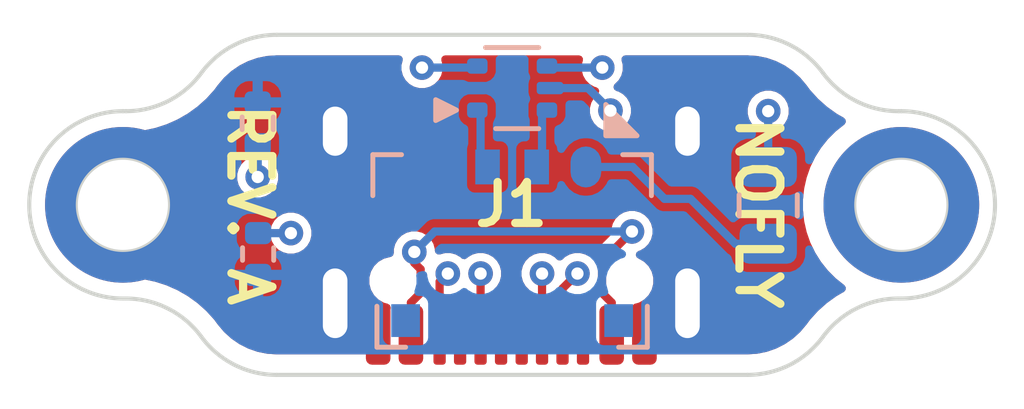
<source format=kicad_pcb>
(kicad_pcb (version 20241229) (generator "pcbnew") (generator_version "9.0")
  (layers (0 "F.Cu" signal) (4 "In1.Cu" signal) (6 "In2.Cu" signal) (2 "B.Cu" signal) (13 "F.Paste" user) (15 "B.Paste" user) (5 "F.SilkS" user "F.Silkscreen") (7 "B.SilkS" user "B.Silkscreen") (1 "F.Mask" user) (3 "B.Mask" user) (25 "Edge.Cuts" user))
  (net 0 "")
  (net 1 "D+")
  (net 4 "D-")
  (net 5 "GND")
  (net 6 "VBUS")
  (net 7 "5V")
  (net 8 "Net-(J1-CC2)")
  (net 9 "Net-(J1-CC1)")
  (net 10 "DO-")
  (net 11 "DO+")
  (footprint "MountingHole:MountingHole_2.2mm_M2_DIN965_Pad" (layer "F.Cu") (at 144.8 67.4)
    (property "Reference" "H2" (hide yes))
    (property "Value" "Mount" (hide yes))
    (pad "1" thru_hole circle (at 0 0) (size 3.8 3.8) (drill 2.2) (layers "*.Cu" "*.Mask") (clearance 0.5))
  )
  (footprint "MountingHole:MountingHole_2.2mm_M2_DIN965_Pad" (layer "F.Cu") (at 125.8 67.4)
    (property "Reference" "H1" (hide yes))
    (property "Value" "Mount" (hide yes))
    (pad "1" thru_hole circle (at 0 0) (size 3.8 3.8) (drill 2.2) (layers "*.Cu" "*.Mask") (net 5 "GND"))
  )
  (footprint "acheron_Connectors:USB_C_Receptacle_Hroparts_TYPE-C-31-M-12" (layer "F.Cu") (at 135.28 71.302 180)
    (property "Reference" "J1" (at 0 3.911999 0) (layer "F.SilkS") (effects (font (thickness 0.2) (bold yes))))
    (property "Value" "TYPE-C-31-M-12")
    (pad "" np_thru_hole circle (at -2.890001 2.051 180) (size 0.65 0.65) (drill 0.65) (layers "*.Cu" "*.Mask"))
    (pad "" np_thru_hole circle (at 2.890001 2.051 180) (size 0.65 0.65) (drill 0.65) (layers "*.Cu" "*.Mask"))
    (pad "A1" smd roundrect (at -3.25 0.724999 180) (size 0.6 1.45) (layers "F.Cu" "F.Mask" "F.Paste") (net 5 "GND"))
    (pad "A4" smd roundrect (at -2.45 0.725 180) (size 0.6 1.45) (layers "F.Cu" "F.Mask" "F.Paste") (net 6 "VBUS"))
    (pad "A5" smd roundrect (at -1.25 0.725 180) (size 0.3 1.45) (layers "F.Cu" "F.Mask" "F.Paste") (net 9 "Net-(J1-CC1)"))
    (pad "A6" smd roundrect (at -0.254001 0.725 180) (size 0.3 1.45) (layers "F.Cu" "F.Mask" "F.Paste") (net 1 "D+"))
    (pad "A7" smd roundrect (at 0.25 0.725 180) (size 0.3 1.45) (layers "F.Cu" "F.Mask" "F.Paste") (net 4 "D-"))
    (pad "A8" smd roundrect (at 1.25 0.725 180) (size 0.3 1.45) (layers "F.Cu" "F.Mask" "F.Paste"))
    (pad "B1" smd roundrect (at 3.25 0.724999 180) (size 0.6 1.45) (layers "F.Cu" "F.Mask" "F.Paste") (net 5 "GND"))
    (pad "B4" smd roundrect (at 2.45 0.725 180) (size 0.6 1.45) (layers "F.Cu" "F.Mask" "F.Paste") (net 6 "VBUS"))
    (pad "B5" smd roundrect (at 1.749999 0.725 180) (size 0.3 1.45) (layers "F.Cu" "F.Mask" "F.Paste") (net 8 "Net-(J1-CC2)"))
    (pad "B6" smd roundrect (at 0.750001 0.725 180) (size 0.3 1.45) (layers "F.Cu" "F.Mask" "F.Paste") (net 1 "D+"))
    (pad "B7" smd roundrect (at -0.750001 0.725 180) (size 0.3 1.45) (layers "F.Cu" "F.Mask" "F.Paste") (net 4 "D-"))
    (pad "B8" smd roundrect (at -1.749999 0.725 180) (size 0.3 1.45) (layers "F.Cu" "F.Mask" "F.Paste"))
    (pad "S" thru_hole oval (at -4.3 1.5 180) (size 1.1 2.2) (drill oval 0.6 1.7) (layers "*.Cu" "*.Mask") (net 5 "GND"))
    (pad "S" thru_hole oval (at -4.3 5.7 180) (size 1.3 1.9) (drill oval 0.6 1.2) (layers "*.Cu" "*.Mask") (net 5 "GND"))
    (pad "S" thru_hole oval (at 4.3 1.5 180) (size 1.1 2.2) (drill oval 0.6 1.7) (layers "*.Cu" "*.Mask") (net 5 "GND"))
    (pad "S" thru_hole oval (at 4.3 5.7 180) (size 1.3 1.9) (drill oval 0.6 1.2) (layers "*.Cu" "*.Mask") (net 5 "GND"))
  )
  (footprint "Package_TO_SOT_SMD:SOT-666" (layer "B.Cu") (at 135.299997 64.55)
    (property "Reference" "U1" (hide yes))
    (property "Value" "USBLC6-2P6")
    (fp_line (start 0.65 -0.99) (end -0.65 -0.99) (stroke (width 0.12)) (layer "B.SilkS"))
    (fp_line (start 0.65 0.99) (end -0.4 0.99) (stroke (width 0.12)) (layer "B.SilkS"))
    (fp_poly (pts (xy -1.866 0.7915) (xy -1.358 0.5375) (xy -1.866 0.2835)) (stroke (width 0.12)) (fill yes) (layer "B.SilkS"))
    (pad "1" smd roundrect (at -0.85 0.5375) (size 0.5 0.375) (layers "B.Cu" "B.Mask" "B.Paste") (net 11 "DO+"))
    (pad "2" smd roundrect (at -0.925 0) (size 0.65 0.3) (layers "B.Cu" "B.Mask" "B.Paste") (net 5 "GND"))
    (pad "3" smd roundrect (at -0.85 -0.5375) (size 0.5 0.375) (layers "B.Cu" "B.Mask" "B.Paste") (net 1 "D+"))
    (pad "4" smd roundrect (at 0.85 -0.5375) (size 0.5 0.375) (layers "B.Cu" "B.Mask" "B.Paste") (net 4 "D-"))
    (pad "5" smd roundrect (at 0.925 0) (size 0.65 0.3) (layers "B.Cu" "B.Mask" "B.Paste") (net 6 "VBUS"))
    (pad "6" smd roundrect (at 0.85 0.5375) (size 0.5 0.375) (layers "B.Cu" "B.Mask" "B.Paste") (net 10 "DO-"))
  )
  (footprint "acheron_Connectors:MOLEX_781710004" (layer "B.Cu") (at 135.299997 66.475 180)
    (property "Reference" "J2" (hide yes))
    (property "Value" "781710004")
    (fp_line (start 3.4 0.3) (end 3.4 -0.7) (stroke (width 0.12)) (layer "B.SilkS"))
    (fp_line (start 3.3 -4.4) (end 3.3 -3.4) (stroke (width 0.12)) (layer "B.SilkS"))
    (fp_line (start 2.7 0.3) (end 3.4 0.3) (stroke (width 0.12)) (layer "B.SilkS"))
    (fp_line (start 2.6 -4.4) (end 3.3 -4.4) (stroke (width 0.12)) (layer "B.SilkS"))
    (fp_line (start -3.3 -4.4) (end -2.6 -4.4) (stroke (width 0.12)) (layer "B.SilkS"))
    (fp_line (start -3.3 -4.4) (end -3.3 -3.4) (stroke (width 0.12)) (layer "B.SilkS"))
    (fp_line (start -3.4 0.3) (end -2.7 0.3) (stroke (width 0.12)) (layer "B.SilkS"))
    (fp_line (start -3.4 0.3) (end -3.4 -0.7) (stroke (width 0.12)) (layer "B.SilkS"))
    (fp_poly (pts (xy -2.286 0.762) (xy -3.048 0.762) (xy -2.286 1.524)) (stroke (width 0.12)) (fill yes) (layer "B.SilkS"))
    (pad "1" smd roundrect (at -1.8 0 90) (size 1 0.75) (layers "B.Cu" "B.Mask" "B.Paste") (roundrect_rratio 0.5) (net 7 "5V"))
    (pad "2" smd rect (at -0.6 0 90) (size 0.85 0.6) (layers "B.Cu" "B.Mask" "B.Paste") (net 10 "DO-"))
    (pad "3" smd rect (at 0.6 0 90) (size 0.85 0.6) (layers "B.Cu" "B.Mask" "B.Paste") (net 11 "DO+"))
    (pad "4" smd rect (at 1.8 0 270) (size 0.85 0.6) (layers "B.Cu" "B.Mask" "B.Paste") (net 5 "GND"))
    (pad "MP" smd rect (at -2.6 -3.75 90) (size 0.8 0.7) (layers "B.Cu" "B.Mask" "B.Paste"))
    (pad "MP" smd rect (at 2.6 -3.75 90) (size 0.8 0.7) (layers "B.Cu" "B.Mask" "B.Paste"))
  )
  (footprint "Resistor_SMD:R_0402_1005Metric" (layer "B.Cu") (at 129.09 65.409999 90)
    (property "Reference" "R1" (hide yes))
    (property "Value" "5.1k")
    (fp_line (start -0.153641 -0.38) (end 0.153641 -0.38) (stroke (width 0.12)) (layer "B.SilkS"))
    (fp_line (start -0.153641 0.38) (end 0.153641 0.38) (stroke (width 0.12)) (layer "B.SilkS"))
    (pad "1" smd roundrect (at -0.509999 0 90) (size 0.54 0.64) (layers "B.Cu" "B.Mask" "B.Paste") (net 9 "Net-(J1-CC1)"))
    (pad "2" smd roundrect (at 0.509999 0 90) (size 0.54 0.64) (layers "B.Cu" "B.Mask" "B.Paste") (net 5 "GND"))
  )
  (footprint "Resistor_SMD:R_0402_1005Metric" (layer "B.Cu") (at 129.1 68.6 -90)
    (property "Reference" "R2" (hide yes))
    (property "Value" "5.1k")
    (fp_line (start -0.153641 0.38) (end 0.153641 0.38) (stroke (width 0.12)) (layer "B.SilkS"))
    (fp_line (start -0.153641 -0.38) (end 0.153641 -0.38) (stroke (width 0.12)) (layer "B.SilkS"))
    (pad "1" smd roundrect (at -0.509999 0 270) (size 0.54 0.64) (layers "B.Cu" "B.Mask" "B.Paste") (net 8 "Net-(J1-CC2)"))
    (pad "2" smd roundrect (at 0.509999 0 270) (size 0.54 0.64) (layers "B.Cu" "B.Mask" "B.Paste") (net 5 "GND"))
  )
  (footprint "Fuse:Fuse_0805_2012Metric" (layer "B.Cu") (at 141.549997 67.4125 -90)
    (property "Reference" "F1" (hide yes))
    (property "Value" "SMD0805-050")
    (fp_line (start -0.258578 0.71) (end 0.258578 0.71) (stroke (width 0.12)) (layer "B.SilkS"))
    (fp_line (start -0.258578 -0.71) (end 0.258578 -0.71) (stroke (width 0.12)) (layer "B.SilkS"))
    (pad "1" smd roundrect (at -0.9375 0 270) (size 0.975 1.4) (layers "B.Cu" "B.Mask" "B.Paste") (net 6 "VBUS"))
    (pad "2" smd roundrect (at 0.9375 0 270) (size 0.975 1.4) (layers "B.Cu" "B.Mask" "B.Paste") (net 7 "5V"))
  )
  (gr_circle (center 144.8 67.4) (end 145.9 67.4) (stroke (width 0.1)) (fill no) (layer "Edge.Cuts"))
  (gr_arc (start 144.8 65.114) (mid 147.086 67.4) (end 144.8 69.686) (stroke (width 0.1)) (layer "Edge.Cuts"))
  (gr_line (start 144.73793 65.114) (end 144.8 65.114) (stroke (width 0.1)) (layer "Edge.Cuts"))
  (gr_arc (start 144.73793 65.114) (mid 143.694242 64.865952) (end 142.888 64.182) (stroke (width 0.1)) (layer "Edge.Cuts"))
  (gr_arc (start 125.8 69.686) (mid 123.514 67.4) (end 125.8 65.114) (stroke (width 0.1)) (layer "Edge.Cuts"))
  (gr_arc (start 142.888 70.618) (mid 143.697811 69.932248) (end 144.72993 69.686) (stroke (width 0.1)) (layer "Edge.Cuts"))
  (gr_arc (start 141.04609 63.25) (mid 142.07819 63.496245) (end 142.888 64.182) (stroke (width 0.1)) (layer "Edge.Cuts"))
  (gr_arc (start 142.888 70.618) (mid 142.078189 71.303752) (end 141.04607 71.55) (stroke (width 0.1)) (layer "Edge.Cuts"))
  (gr_circle (center 125.8 67.4) (end 126.9 67.4) (stroke (width 0.1)) (fill no) (layer "Edge.Cuts"))
  (gr_line (start 141.04607 71.55) (end 129.553924 71.55) (stroke (width 0.1)) (layer "Edge.Cuts"))
  (gr_arc (start 127.712 64.182) (mid 126.905759 64.865953) (end 125.878072 65.114) (stroke (width 0.1)) (layer "Edge.Cuts"))
  (gr_line (start 144.8 69.686) (end 144.72993 69.686) (stroke (width 0.1)) (layer "Edge.Cuts"))
  (gr_arc (start 125.870075 69.686) (mid 126.902189 69.932247) (end 127.712 70.618) (stroke (width 0.1)) (layer "Edge.Cuts"))
  (gr_line (start 125.8 65.114) (end 125.878072 65.114) (stroke (width 0.1)) (layer "Edge.Cuts"))
  (gr_arc (start 127.712 64.182) (mid 128.521811 63.496247) (end 129.553923 63.25) (stroke (width 0.1)) (layer "Edge.Cuts"))
  (gr_line (start 129.553923 63.25) (end 141.04609 63.25) (stroke (width 0.1)) (layer "Edge.Cuts"))
  (gr_line (start 125.870075 69.686) (end 125.8 69.686) (stroke (width 0.1)) (layer "Edge.Cuts"))
  (gr_arc (start 129.553924 71.55) (mid 128.521811 71.303753) (end 127.712 70.618) (stroke (width 0.1)) (layer "Edge.Cuts"))
  (gr_text "NOFLY" (at 141.3 67.6 270) (layer "F.SilkS") (effects (font (size 1 1) (thickness 0.2) (bold yes))))
  (gr_text "REV. A" (at 128.9 67.4 270) (layer "F.SilkS") (effects (font (size 1 1) (thickness 0.2) (bold yes))))
  (segment (start 134.529999 70.577) (end 134.529999 69.077) (width 0.2) (layer "F.Cu") (net 1))
  (via (at 134.529999 69.077) (size 0.6) (drill 0.3) (layers "F.Cu" "B.Cu") (net 1))
  (via (at 133.099994 64.05) (size 0.6) (drill 0.3) (layers "F.Cu" "B.Cu") (net 1))
  (segment (start 134.412497 64.05) (end 134.449997 64.0125) (width 0.2) (layer "B.Cu") (net 1))
  (segment (start 133.099994 64.05) (end 134.412497 64.05) (width 0.2) (layer "B.Cu") (net 1))
  (segment (start 136.030001 70.577) (end 136.030001 69.077) (width 0.2) (layer "F.Cu") (net 4))
  (via (at 137.5 64.05) (size 0.6) (drill 0.3) (layers "F.Cu" "B.Cu") (net 4))
  (via (at 136.030001 69.077) (size 0.6) (drill 0.3) (layers "F.Cu" "B.Cu") (net 4))
  (segment (start 137.5 64.05) (end 136.187497 64.05) (width 0.2) (layer "B.Cu") (net 4))
  (segment (start 136.187497 64.05) (end 136.149997 64.0125) (width 0.2) (layer "B.Cu") (net 4))
  (segment (start 133.065999 69.55) (end 132.83 69.785999) (width 0.2) (layer "F.Cu") (net 6))
  (segment (start 137.494001 69.55) (end 137.494001 68.780996) (width 0.2) (layer "F.Cu") (net 6))
  (segment (start 137.73 70.577) (end 137.73 69.785999) (width 0.2) (layer "F.Cu") (net 6))
  (segment (start 132.83 69.785999) (end 132.83 70.577) (width 0.2) (layer "F.Cu") (net 6))
  (segment (start 137.73 69.785999) (end 137.494001 69.55) (width 0.2) (layer "F.Cu") (net 6))
  (segment (start 132.912346 68.549018) (end 132.912346 68.817338) (width 0.2) (layer "F.Cu") (net 6))
  (segment (start 132.912346 68.817338) (end 133.065999 68.970992) (width 0.2) (layer "F.Cu") (net 6))
  (segment (start 137.494001 68.780996) (end 138.224997 68.05) (width 0.2) (layer "F.Cu") (net 6))
  (segment (start 133.065999 68.970992) (end 133.065999 69.55) (width 0.2) (layer "F.Cu") (net 6))
  (via (at 132.912346 68.549018) (size 0.6) (drill 0.3) (layers "F.Cu" "B.Cu") (net 6))
  (via (at 138.224997 68.05) (size 0.6) (drill 0.3) (layers "F.Cu" "B.Cu") (net 6))
  (via (at 141.549997 65.1125) (size 0.6) (drill 0.3) (layers "F.Cu" "B.Cu") (net 6))
  (via (at 137.7 65.1) (size 0.6) (drill 0.3) (layers "F.Cu" "B.Cu") (net 6))
  (segment (start 133.411364 68.05) (end 132.912346 68.549018) (width 0.2) (layer "B.Cu") (net 6))
  (segment (start 136.224997 64.55) (end 137.15 64.55) (width 0.2) (layer "B.Cu") (net 6))
  (segment (start 141.549997 66.475) (end 141.549997 65.1125) (width 0.2) (layer "B.Cu") (net 6))
  (segment (start 138.224997 68.05) (end 133.411364 68.05) (width 0.2) (layer "B.Cu") (net 6))
  (segment (start 137.15 64.55) (end 137.7 65.1) (width 0.2) (layer "B.Cu") (net 6))
  (segment (start 140.75 68.35) (end 139.654 67.254) (width 0.2) (layer "B.Cu") (net 7))
  (segment (start 139.019983 67.254) (end 138.240983 66.475) (width 0.2) (layer "B.Cu") (net 7))
  (segment (start 141.549997 68.35) (end 140.75 68.35) (width 0.2) (layer "B.Cu") (net 7))
  (segment (start 139.654 67.254) (end 139.019983 67.254) (width 0.2) (layer "B.Cu") (net 7))
  (segment (start 138.240983 66.475) (end 137.099997 66.475) (width 0.2) (layer "B.Cu") (net 7))
  (segment (start 133.530001 70.577) (end 133.530001 69.276999) (width 0.2) (layer "F.Cu") (net 8))
  (segment (start 133.530001 69.276999) (end 133.73 69.077) (width 0.2) (layer "F.Cu") (net 8))
  (via (at 129.9 68.090001) (size 0.6) (drill 0.3) (layers "F.Cu" "B.Cu") (net 8))
  (via (at 133.73 69.077) (size 0.6) (drill 0.3) (layers "F.Cu" "B.Cu") (net 8))
  (segment (start 129.1 68.090001) (end 129.9 68.090001) (width 0.2) (layer "B.Cu") (net 8))
  (segment (start 136.53 69.441001) (end 136.894001 69.077) (width 0.2) (layer "F.Cu") (net 9))
  (segment (start 136.53 70.577) (end 136.53 69.441001) (width 0.2) (layer "F.Cu") (net 9))
  (via (at 129.09 66.719998) (size 0.6) (drill 0.3) (layers "F.Cu" "B.Cu") (net 9))
  (via (at 136.894001 69.077) (size 0.6) (drill 0.3) (layers "F.Cu" "B.Cu") (net 9))
  (segment (start 129.09 65.919998) (end 129.09 66.719998) (width 0.2) (layer "B.Cu") (net 9))
  (segment (start 136.030001 65.207496) (end 136.149997 65.0875) (width 0.2) (layer "B.Cu") (net 10))
  (segment (start 135.899997 66.475) (end 136.030001 66.344996) (width 0.2) (layer "B.Cu") (net 10))
  (segment (start 136.030001 66.344996) (end 136.030001 65.207496) (width 0.2) (layer "B.Cu") (net 10))
  (segment (start 134.529999 66.305002) (end 134.529999 65.167502) (width 0.2) (layer "B.Cu") (net 11))
  (segment (start 134.699997 66.475) (end 134.529999 66.305002) (width 0.2) (layer "B.Cu") (net 11))
  (segment (start 134.529999 65.167502) (end 134.449997 65.0875) (width 0.2) (layer "B.Cu") (net 11))
  (zone (net 5) (net_name "GND") (layers "F.Cu" "B.Cu" "In1.Cu" "In2.Cu") (connect_pads (clearance 0.2)) (min_thickness 0.2) (fill yes (thermal_gap 0.25) (thermal_bridge_width 0.25))
    (polygon (pts (xy 122.8 62.4) (xy 147.8 62.4) (xy 147.8 72.4) (xy 122.8 72.4)))
  )
)
</source>
